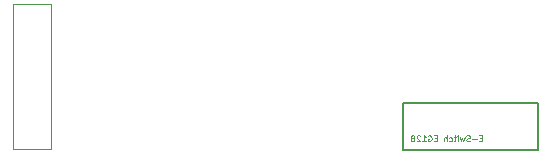
<source format=gbr>
G04 #@! TF.FileFunction,Other,User*
%FSLAX46Y46*%
G04 Gerber Fmt 4.6, Leading zero omitted, Abs format (unit mm)*
G04 Created by KiCad (PCBNEW 4.0.7) date 09/18/18 19:10:44*
%MOMM*%
%LPD*%
G01*
G04 APERTURE LIST*
%ADD10C,0.100000*%
%ADD11C,0.050000*%
%ADD12C,0.150000*%
%ADD13C,0.125000*%
G04 APERTURE END LIST*
D10*
D11*
X108670000Y-118860000D02*
X111870000Y-118860000D01*
X111870000Y-118860000D02*
X111870000Y-131160000D01*
X111870000Y-131160000D02*
X108670000Y-131160000D01*
X108670000Y-131160000D02*
X108670000Y-118860000D01*
D12*
X153110000Y-131250000D02*
X153110000Y-127250000D01*
X141610000Y-131250000D02*
X141610000Y-127250000D01*
X141610000Y-127250000D02*
X153110000Y-127250000D01*
X141610000Y-131250000D02*
X153110000Y-131250000D01*
D13*
X148359998Y-130214286D02*
X148193332Y-130214286D01*
X148121903Y-130476190D02*
X148359998Y-130476190D01*
X148359998Y-129976190D01*
X148121903Y-129976190D01*
X147907617Y-130285714D02*
X147526665Y-130285714D01*
X147312379Y-130452381D02*
X147240950Y-130476190D01*
X147121903Y-130476190D01*
X147074284Y-130452381D01*
X147050474Y-130428571D01*
X147026665Y-130380952D01*
X147026665Y-130333333D01*
X147050474Y-130285714D01*
X147074284Y-130261905D01*
X147121903Y-130238095D01*
X147217141Y-130214286D01*
X147264760Y-130190476D01*
X147288569Y-130166667D01*
X147312379Y-130119048D01*
X147312379Y-130071429D01*
X147288569Y-130023810D01*
X147264760Y-130000000D01*
X147217141Y-129976190D01*
X147098093Y-129976190D01*
X147026665Y-130000000D01*
X146859998Y-130142857D02*
X146764760Y-130476190D01*
X146669522Y-130238095D01*
X146574284Y-130476190D01*
X146479046Y-130142857D01*
X146288569Y-130476190D02*
X146288569Y-130142857D01*
X146288569Y-129976190D02*
X146312379Y-130000000D01*
X146288569Y-130023810D01*
X146264760Y-130000000D01*
X146288569Y-129976190D01*
X146288569Y-130023810D01*
X146121903Y-130142857D02*
X145931427Y-130142857D01*
X146050474Y-129976190D02*
X146050474Y-130404762D01*
X146026665Y-130452381D01*
X145979046Y-130476190D01*
X145931427Y-130476190D01*
X145550475Y-130452381D02*
X145598094Y-130476190D01*
X145693332Y-130476190D01*
X145740951Y-130452381D01*
X145764760Y-130428571D01*
X145788570Y-130380952D01*
X145788570Y-130238095D01*
X145764760Y-130190476D01*
X145740951Y-130166667D01*
X145693332Y-130142857D01*
X145598094Y-130142857D01*
X145550475Y-130166667D01*
X145336189Y-130476190D02*
X145336189Y-129976190D01*
X145121904Y-130476190D02*
X145121904Y-130214286D01*
X145145713Y-130166667D01*
X145193332Y-130142857D01*
X145264761Y-130142857D01*
X145312380Y-130166667D01*
X145336189Y-130190476D01*
X144502856Y-130214286D02*
X144336190Y-130214286D01*
X144264761Y-130476190D02*
X144502856Y-130476190D01*
X144502856Y-129976190D01*
X144264761Y-129976190D01*
X143788571Y-130000000D02*
X143836190Y-129976190D01*
X143907618Y-129976190D01*
X143979047Y-130000000D01*
X144026666Y-130047619D01*
X144050475Y-130095238D01*
X144074285Y-130190476D01*
X144074285Y-130261905D01*
X144050475Y-130357143D01*
X144026666Y-130404762D01*
X143979047Y-130452381D01*
X143907618Y-130476190D01*
X143859999Y-130476190D01*
X143788571Y-130452381D01*
X143764761Y-130428571D01*
X143764761Y-130261905D01*
X143859999Y-130261905D01*
X143288571Y-130476190D02*
X143574285Y-130476190D01*
X143431428Y-130476190D02*
X143431428Y-129976190D01*
X143479047Y-130047619D01*
X143526666Y-130095238D01*
X143574285Y-130119048D01*
X143098095Y-130023810D02*
X143074285Y-130000000D01*
X143026666Y-129976190D01*
X142907619Y-129976190D01*
X142860000Y-130000000D01*
X142836190Y-130023810D01*
X142812381Y-130071429D01*
X142812381Y-130119048D01*
X142836190Y-130190476D01*
X143121904Y-130476190D01*
X142812381Y-130476190D01*
X142526667Y-130190476D02*
X142574286Y-130166667D01*
X142598095Y-130142857D01*
X142621905Y-130095238D01*
X142621905Y-130071429D01*
X142598095Y-130023810D01*
X142574286Y-130000000D01*
X142526667Y-129976190D01*
X142431429Y-129976190D01*
X142383810Y-130000000D01*
X142360000Y-130023810D01*
X142336191Y-130071429D01*
X142336191Y-130095238D01*
X142360000Y-130142857D01*
X142383810Y-130166667D01*
X142431429Y-130190476D01*
X142526667Y-130190476D01*
X142574286Y-130214286D01*
X142598095Y-130238095D01*
X142621905Y-130285714D01*
X142621905Y-130380952D01*
X142598095Y-130428571D01*
X142574286Y-130452381D01*
X142526667Y-130476190D01*
X142431429Y-130476190D01*
X142383810Y-130452381D01*
X142360000Y-130428571D01*
X142336191Y-130380952D01*
X142336191Y-130285714D01*
X142360000Y-130238095D01*
X142383810Y-130214286D01*
X142431429Y-130190476D01*
M02*

</source>
